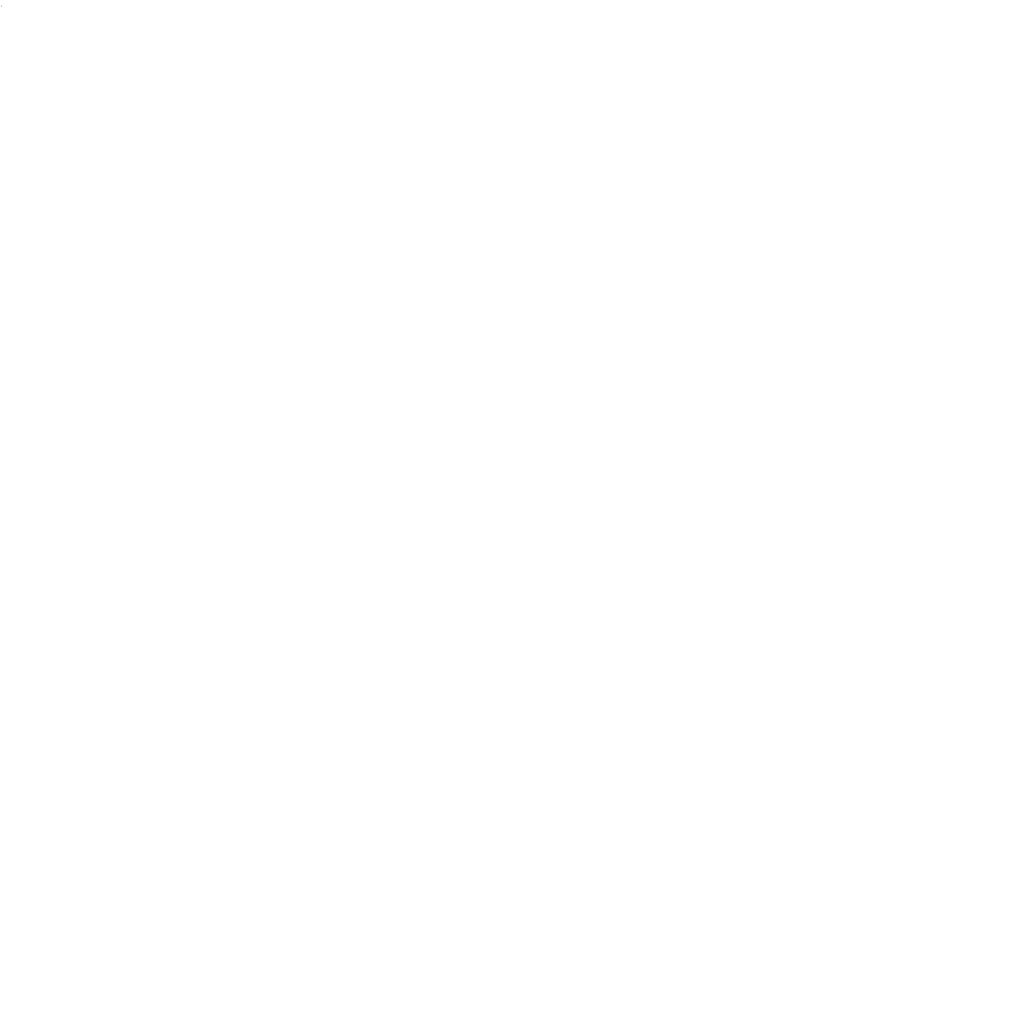
<source format=kicad_pcb>
(kicad_pcb (version 20241229) (generator "pcbnew") (generator_version "9.0")
  (layers (0 "F.Cu" signal) (2 "B.Cu" signal) (13 "F.Paste" user) (15 "B.Paste" user) (5 "F.SilkS" user "F.Silkscreen") (7 "B.SilkS" user "B.Silkscreen") (1 "F.Mask" user) (3 "B.Mask" user) (25 "Edge.Cuts" user))
  (net 0 "")
  (net 4 "SDA")
  (net 5 "Net-(U1-EN)")
  (net 12 "SCL")
  (net 14 "Net-(U1-GPIO15)")
  (net 15 "3.3v")
  (net 16 "GND")
  (net 17 "TXD")
  (net 18 "RXD")
  (net 19 "Net-(U1-GPIO2)")
  (net 20 "RST")
  (net 21 "GPI0")
  (net 22 "GPI2")
  (net 23 "3.7v")
  (net 24 "GPIO14")
  (net 32 "Net-(BT2-+)")
  (net 33 "Net-(U2-P4)")
  (net 34 "Net-(U2-P3)")
  (net 35 "Net-(U2-P2)")
  (net 36 "Net-(U2-P1)")
  (net 37 "Net-(U2-P0)")
  (footprint "Connector_PinSocket_2.54mm:PinSocket_1x04_P2.54mm_Vertical" (layer "F.Cu") (at 169.88 72 90)
    (property "Reference" "OLED_DISPLAY1" (hide yes))
    (property "Value" "Conn_01x04_Socket" (hide yes))
    (fp_line (start 1.33 -1.33) (end 1.33 0) (stroke (width 0.12)) (layer "F.SilkS"))
    (fp_line (start 0 -1.33) (end 1.33 -1.33) (stroke (width 0.12)) (layer "F.SilkS"))
    (fp_line (start 1.33 1.27) (end 1.33 8.95) (stroke (width 0.12)) (layer "F.SilkS"))
    (fp_line (start -1.33 1.27) (end 1.33 1.27) (stroke (width 0.12)) (layer "F.SilkS"))
    (fp_line (start -1.33 1.27) (end -1.33 8.95) (stroke (width 0.12)) (layer "F.SilkS"))
    (fp_line (start -1.33 8.95) (end 1.33 8.95) (stroke (width 0.12)) (layer "F.SilkS"))
    (pad "1" thru_hole rect (at 0 0 90) (size 1.7 1.7) (drill 1) (layers "*.Cu" "*.Mask") (net 4 "SDA"))
    (pad "2" thru_hole oval (at 0 2.54 90) (size 1.7 1.7) (drill 1) (layers "*.Cu" "*.Mask") (net 12 "SCL"))
    (pad "3" thru_hole oval (at 0 5.08 90) (size 1.7 1.7) (drill 1) (layers "*.Cu" "*.Mask") (net 16 "GND"))
    (pad "4" thru_hole oval (at 0 7.62 90) (size 1.7 1.7) (drill 1) (layers "*.Cu" "*.Mask") (net 15 "3.3v"))
  )
  (footprint "Resistor_SMD:R_0805_2012Metric_Pad1.20x1.40mm_HandSolder" (layer "F.Cu") (at 255.4 115.6)
    (property "Reference" "R9" (at 0 -1.65 0) (layer "F.SilkS"))
    (property "Value" "10K")
    (fp_line (start -0.227064 -0.735) (end 0.227064 -0.735) (stroke (width 0.12)) (layer "F.SilkS"))
    (fp_line (start -0.227064 0.735) (end 0.227064 0.735) (stroke (width 0.12)) (layer "F.SilkS"))
    (pad "1" smd roundrect (at -1 0) (size 1.2 1.4) (layers "F.Cu" "F.Mask" "F.Paste") (roundrect_rratio 0.208333) (net 16 "GND"))
    (pad "2" smd roundrect (at 1 0) (size 1.2 1.4) (layers "F.Cu" "F.Mask" "F.Paste") (roundrect_rratio 0.208333) (net 36 "Net-(U2-P1)"))
  )
  (footprint "RF_Module:ESP-12E" (layer "F.Cu") (at 173 56.5)
    (property "Reference" "U1" (hide yes))
    (property "Value" "ESP-12F" (hide yes))
    (fp_line (start -8.12 12.12) (end -8.12 11.5) (stroke (width 0.12)) (layer "F.SilkS"))
    (fp_line (start -6 12.12) (end -8.12 12.12) (stroke (width 0.12)) (layer "F.SilkS"))
    (fp_line (start 8.12 11.5) (end 8.12 12.12) (stroke (width 0.12)) (layer "F.SilkS"))
    (fp_line (start 8.12 12.12) (end 6 12.12) (stroke (width 0.12)) (layer "F.SilkS"))
    (fp_poly (pts (xy -8.55 -4.5) (xy -8.79 -4.836) (xy -8.31 -4.836) (xy -8.55 -4.5)) (stroke (width 0.12)) (fill yes) (layer "F.SilkS"))
    (pad "1" smd rect (at -7.6 -3.5) (size 2.5 1) (layers "F.Cu" "F.Mask" "F.Paste") (net 20 "RST"))
    (pad "2" smd rect (at -7.6 -1.5) (size 2.5 1) (layers "F.Cu" "F.Mask" "F.Paste"))
    (pad "3" smd rect (at -7.6 0.5) (size 2.5 1) (layers "F.Cu" "F.Mask" "F.Paste") (net 5 "Net-(U1-EN)"))
    (pad "4" smd rect (at -7.6 2.5) (size 2.5 1) (layers "F.Cu" "F.Mask" "F.Paste"))
    (pad "5" smd rect (at -7.6 4.5) (size 2.5 1) (layers "F.Cu" "F.Mask" "F.Paste") (net 24 "GPIO14"))
    (pad "6" smd rect (at -7.6 6.5) (size 2.5 1) (layers "F.Cu" "F.Mask" "F.Paste"))
    (pad "7" smd rect (at -7.6 8.5) (size 2.5 1) (layers "F.Cu" "F.Mask" "F.Paste"))
    (pad "8" smd rect (at -7.6 10.5) (size 2.5 1) (layers "F.Cu" "F.Mask" "F.Paste") (net 15 "3.3v"))
    (pad "9" smd rect (at -5 12) (size 1 1.8) (layers "F.Cu" "F.Mask" "F.Paste"))
    (pad "10" smd rect (at -3 12) (size 1 1.8) (layers "F.Cu" "F.Mask" "F.Paste"))
    (pad "11" smd rect (at -1 12) (size 1 1.8) (layers "F.Cu" "F.Mask" "F.Paste"))
    (pad "12" smd rect (at 1 12) (size 1 1.8) (layers "F.Cu" "F.Mask" "F.Paste"))
    (pad "13" smd rect (at 3 12) (size 1 1.8) (layers "F.Cu" "F.Mask" "F.Paste"))
    (pad "14" smd rect (at 5 12) (size 1 1.8) (layers "F.Cu" "F.Mask" "F.Paste"))
    (pad "15" smd rect (at 7.6 10.5) (size 2.5 1) (layers "F.Cu" "F.Mask" "F.Paste") (net 16 "GND"))
    (pad "16" smd rect (at 7.6 8.5) (size 2.5 1) (layers "F.Cu" "F.Mask" "F.Paste") (net 14 "Net-(U1-GPIO15)"))
    (pad "17" smd rect (at 7.6 6.5) (size 2.5 1) (layers "F.Cu" "F.Mask" "F.Paste") (net 19 "Net-(U1-GPIO2)"))
    (pad "18" smd rect (at 7.6 4.5) (size 2.5 1) (layers "F.Cu" "F.Mask" "F.Paste") (net 21 "GPI0"))
    (pad "19" smd rect (at 7.6 2.5) (size 2.5 1) (layers "F.Cu" "F.Mask" "F.Paste") (net 4 "SDA"))
    (pad "20" smd rect (at 7.6 0.5) (size 2.5 1) (layers "F.Cu" "F.Mask" "F.Paste") (net 12 "SCL"))
    (pad "21" smd rect (at 7.6 -1.5) (size 2.5 1) (layers "F.Cu" "F.Mask" "F.Paste") (net 18 "RXD"))
    (pad "22" smd rect (at 7.6 -3.5) (size 2.5 1) (layers "F.Cu" "F.Mask" "F.Paste") (net 17 "TXD"))
  )
  (footprint "Resistor_SMD:R_0805_2012Metric_Pad1.20x1.40mm_HandSolder" (layer "F.Cu") (at 255.4 106.75)
    (property "Reference" "R6" (at 0 -1.65 0) (layer "F.SilkS"))
    (property "Value" "10K")
    (fp_line (start -0.227064 -0.735) (end 0.227064 -0.735) (stroke (width 0.12)) (layer "F.SilkS"))
    (fp_line (start -0.227064 0.735) (end 0.227064 0.735) (stroke (width 0.12)) (layer "F.SilkS"))
    (pad "1" smd roundrect (at -1 0) (size 1.2 1.4) (layers "F.Cu" "F.Mask" "F.Paste") (roundrect_rratio 0.208333) (net 16 "GND"))
    (pad "2" smd roundrect (at 1 0) (size 1.2 1.4) (layers "F.Cu" "F.Mask" "F.Paste") (roundrect_rratio 0.208333) (net 33 "Net-(U2-P4)"))
  )
  (footprint "Button_Switch_THT:SW_PUSH_6mm" (layer "F.Cu") (at 244.5 115.85)
    (property "Reference" "SW2" (at 3.25 -2 0) (layer "F.SilkS"))
    (property "Value" "SW_Push")
    (fp_line (start -0.25 1.5) (end -0.25 3) (stroke (width 0.12)) (layer "F.SilkS"))
    (fp_line (start 1 5.5) (end 5.5 5.5) (stroke (width 0.12)) (layer "F.SilkS"))
    (fp_line (start 5.5 -1) (end 1 -1) (stroke (width 0.12)) (layer "F.SilkS"))
    (fp_line (start 6.75 3) (end 6.75 1.5) (stroke (width 0.12)) (layer "F.SilkS"))
    (pad "1" thru_hole circle (at 0 0 90) (size 2 2) (drill 1.1) (layers "*.Cu" "*.Mask") (net 36 "Net-(U2-P1)"))
    (pad "1" thru_hole circle (at 6.5 0 90) (size 2 2) (drill 1.1) (layers "*.Cu" "*.Mask") (net 36 "Net-(U2-P1)"))
    (pad "2" thru_hole circle (at 0 4.5 90) (size 2 2) (drill 1.1) (layers "*.Cu" "*.Mask") (net 15 "3.3v"))
    (pad "2" thru_hole circle (at 6.5 4.5 90) (size 2 2) (drill 1.1) (layers "*.Cu" "*.Mask") (net 15 "3.3v"))
  )
  (footprint "Button_Switch_THT:SW_PUSH_6mm" (layer "F.Cu") (at 244.5 141.5)
    (property "Reference" "SW5" (at 3.25 -2 0) (layer "F.SilkS"))
    (property "Value" "SW_Push")
    (fp_line (start -0.25 1.5) (end -0.25 3) (stroke (width 0.12)) (layer "F.SilkS"))
    (fp_line (start 1 5.5) (end 5.5 5.5) (stroke (width 0.12)) (layer "F.SilkS"))
    (fp_line (start 5.5 -1) (end 1 -1) (stroke (width 0.12)) (layer "F.SilkS"))
    (fp_line (start 6.75 3) (end 6.75 1.5) (stroke (width 0.12)) (layer "F.SilkS"))
    (pad "1" thru_hole circle (at 0 0 90) (size 2 2) (drill 1.1) (layers "*.Cu" "*.Mask") (net 33 "Net-(U2-P4)"))
    (pad "1" thru_hole circle (at 6.5 0 90) (size 2 2) (drill 1.1) (layers "*.Cu" "*.Mask") (net 33 "Net-(U2-P4)"))
    (pad "2" thru_hole circle (at 0 4.5 90) (size 2 2) (drill 1.1) (layers "*.Cu" "*.Mask") (net 15 "3.3v"))
    (pad "2" thru_hole circle (at 6.5 4.5 90) (size 2 2) (drill 1.1) (layers "*.Cu" "*.Mask") (net 15 "3.3v"))
  )
  (footprint "Connector_PinHeader_2.54mm:PinHeader_1x02_P2.54mm_Vertical" (layer "F.Cu") (at 161 55.725)
    (property "Reference" "3.7v1" (hide yes))
    (property "Value" "LiPo" (hide yes))
    (fp_line (start -1.33 -1.33) (end 0 -1.33) (stroke (width 0.12)) (layer "F.SilkS"))
    (fp_line (start -1.33 0) (end -1.33 -1.33) (stroke (width 0.12)) (layer "F.SilkS"))
    (fp_line (start -1.33 1.27) (end -1.33 3.87) (stroke (width 0.12)) (layer "F.SilkS"))
    (fp_line (start -1.33 1.27) (end 1.33 1.27) (stroke (width 0.12)) (layer "F.SilkS"))
    (fp_line (start -1.33 3.87) (end 1.33 3.87) (stroke (width 0.12)) (layer "F.SilkS"))
    (fp_line (start 1.33 1.27) (end 1.33 3.87) (stroke (width 0.12)) (layer "F.SilkS"))
    (pad "1" thru_hole rect (at 0 0) (size 1.7 1.7) (drill 1) (layers "*.Cu" "*.Mask") (net 16 "GND"))
    (pad "2" thru_hole oval (at 0 2.54) (size 1.7 1.7) (drill 1) (layers "*.Cu" "*.Mask") (net 23 "3.7v"))
  )
  (footprint "Button_Switch_THT:SW_PUSH_6mm" (layer "F.Cu") (at 244.5 132.95)
    (property "Reference" "SW4" (at 3.25 -2 0) (layer "F.SilkS"))
    (property "Value" "SW_Push")
    (fp_line (start -0.25 1.5) (end -0.25 3) (stroke (width 0.12)) (layer "F.SilkS"))
    (fp_line (start 1 5.5) (end 5.5 5.5) (stroke (width 0.12)) (layer "F.SilkS"))
    (fp_line (start 5.5 -1) (end 1 -1) (stroke (width 0.12)) (layer "F.SilkS"))
    (fp_line (start 6.75 3) (end 6.75 1.5) (stroke (width 0.12)) (layer "F.SilkS"))
    (pad "1" thru_hole circle (at 0 0 90) (size 2 2) (drill 1.1) (layers "*.Cu" "*.Mask") (net 34 "Net-(U2-P3)"))
    (pad "1" thru_hole circle (at 6.5 0 90) (size 2 2) (drill 1.1) (layers "*.Cu" "*.Mask") (net 34 "Net-(U2-P3)"))
    (pad "2" thru_hole circle (at 0 4.5 90) (size 2 2) (drill 1.1) (layers "*.Cu" "*.Mask") (net 15 "3.3v"))
    (pad "2" thru_hole circle (at 6.5 4.5 90) (size 2 2) (drill 1.1) (layers "*.Cu" "*.Mask") (net 15 "3.3v"))
  )
  (footprint "RTC_DS3231" (layer "F.Cu") (at 120.9075 91.8475 90)
    (property "Reference" "REF**" (at 19.05 19.05 90) (layer "F.SilkS"))
    (property "Value" "RTC_DS3231")
    (fp_line (start 39.37 0) (end 39.37 22.86) (stroke (width 0.15)) (layer "F.SilkS"))
    (fp_line (start 0 0) (end 39.37 0) (stroke (width 0.15)) (layer "F.SilkS"))
    (fp_line (start 0 0) (end 0 22.86) (stroke (width 0.15)) (layer "F.SilkS"))
    (fp_line (start 0 22.86) (end 39.37 22.86) (stroke (width 0.15)) (layer "F.SilkS"))
    (fp_circle (center 1.905 1.905) (end 1.905 0.635) (stroke (width 0.15)) (fill no) (layer "F.SilkS"))
    (fp_circle (center 1.905 5.715) (end 1.905 4.445) (stroke (width 0.15)) (fill no) (layer "F.SilkS"))
    (fp_circle (center 1.905 9.525) (end 1.905 8.255) (stroke (width 0.15)) (fill no) (layer "F.SilkS"))
    (fp_circle (center 19.05 11.43) (end 19.05 21.59) (stroke (width 0.15)) (fill no) (layer "F.SilkS"))
    (fp_circle (center 1.905 13.335) (end 1.905 12.065) (stroke (width 0.15)) (fill no) (layer "F.SilkS"))
    (fp_circle (center 1.905 17.145) (end 1.905 15.875) (stroke (width 0.15)) (fill no) (layer "F.SilkS"))
    (fp_circle (center 1.905 20.955) (end 1.905 19.685) (stroke (width 0.15)) (fill no) (layer "F.SilkS"))
    (pad "1" thru_hole circle (at 38.1 7.62 90) (size 1.524 1.524) (drill 0.762) (layers "*.Cu" "*.Mask"))
    (pad "2" thru_hole circle (at 38.1 10.16 90) (size 1.524 1.524) (drill 0.762) (layers "*.Cu" "*.Mask"))
    (pad "3" thru_hole circle (at 38.1 12.7 90) (size 1.524 1.524) (drill 0.762) (layers "*.Cu" "*.Mask"))
    (pad "4" thru_hole circle (at 38.1 15.24 90) (size 1.524 1.524) (drill 0.762) (layers "*.Cu" "*.Mask"))
  )
  (footprint "Connector_PinHeader_2.54mm:PinHeader_1x02_P2.54mm_Vertical" (layer "F.Cu") (at 185 53.96)
    (property "Reference" "CODE1" (at 3 1.04 270) (layer "F.SilkS"))
    (property "Value" "Conn_01x02_Pin" (hide yes))
    (fp_line (start -1.33 -1.33) (end 0 -1.33) (stroke (width 0.12)) (layer "F.SilkS"))
    (fp_line (start -1.33 0) (end -1.33 -1.33) (stroke (width 0.12)) (layer "F.SilkS"))
    (fp_line (start -1.33 1.27) (end -1.33 3.87) (stroke (width 0.12)) (layer "F.SilkS"))
    (fp_line (start -1.33 1.27) (end 1.33 1.27) (stroke (width 0.12)) (layer "F.SilkS"))
    (fp_line (start -1.33 3.87) (end 1.33 3.87) (stroke (width 0.12)) (layer "F.SilkS"))
    (fp_line (start 1.33 1.27) (end 1.33 3.87) (stroke (width 0.12)) (layer "F.SilkS"))
    (pad "1" thru_hole rect (at 0 0) (size 1.7 1.7) (drill 1) (layers "*.Cu" "*.Mask") (net 17 "TXD"))
    (pad "2" thru_hole oval (at 0 2.54) (size 1.7 1.7) (drill 1) (layers "*.Cu" "*.Mask") (net 18 "RXD"))
  )
  (footprint "Resistor_SMD:R_0805_2012Metric_Pad1.20x1.40mm_HandSolder" (layer "F.Cu") (at 255.4 118.55)
    (property "Reference" "R10" (at 0 -1.65 0) (layer "F.SilkS"))
    (property "Value" "10K")
    (fp_line (start -0.227064 -0.735) (end 0.227064 -0.735) (stroke (width 0.12)) (layer "F.SilkS"))
    (fp_line (start -0.227064 0.735) (end 0.227064 0.735) (stroke (width 0.12)) (layer "F.SilkS"))
    (pad "1" smd roundrect (at -1 0) (size 1.2 1.4) (layers "F.Cu" "F.Mask" "F.Paste") (roundrect_rratio 0.208333) (net 16 "GND"))
    (pad "2" smd roundrect (at 1 0) (size 1.2 1.4) (layers "F.Cu" "F.Mask" "F.Paste") (roundrect_rratio 0.208333) (net 37 "Net-(U2-P0)"))
  )
  (footprint "Connector_PinHeader_2.54mm:PinHeader_1x03_P2.54mm_Vertical" (layer "F.Cu") (at 185 62.46)
    (property "Reference" "BT1" (at 3 2.54 90) (layer "F.SilkS"))
    (property "Value" "Conn_01x03_Pin" (hide yes))
    (fp_line (start -1.33 -1.33) (end 0 -1.33) (stroke (width 0.12)) (layer "F.SilkS"))
    (fp_line (start -1.33 0) (end -1.33 -1.33) (stroke (width 0.12)) (layer "F.SilkS"))
    (fp_line (start -1.33 1.27) (end -1.33 6.41) (stroke (width 0.12)) (layer "F.SilkS"))
    (fp_line (start -1.33 1.27) (end 1.33 1.27) (stroke (width 0.12)) (layer "F.SilkS"))
    (fp_line (start -1.33 6.41) (end 1.33 6.41) (stroke (width 0.12)) (layer "F.SilkS"))
    (fp_line (start 1.33 1.27) (end 1.33 6.41) (stroke (width 0.12)) (layer "F.SilkS"))
    (pad "1" thru_hole rect (at 0 0) (size 1.7 1.7) (drill 1) (layers "*.Cu" "*.Mask") (net 20 "RST"))
    (pad "2" thru_hole oval (at 0 2.54) (size 1.7 1.7) (drill 1) (layers "*.Cu" "*.Mask") (net 21 "GPI0"))
    (pad "3" thru_hole oval (at 0 5.08) (size 1.7 1.7) (drill 1) (layers "*.Cu" "*.Mask") (net 22 "GPI2"))
  )
  (footprint "Resistor_SMD:R_0805_2012Metric_Pad1.20x1.40mm_HandSolder" (layer "F.Cu") (at 255.4 112.65)
    (property "Reference" "R8" (at 0 -1.65 0) (layer "F.SilkS"))
    (property "Value" "10K")
    (fp_line (start -0.227064 -0.735) (end 0.227064 -0.735) (stroke (width 0.12)) (layer "F.SilkS"))
    (fp_line (start -0.227064 0.735) (end 0.227064 0.735) (stroke (width 0.12)) (layer "F.SilkS"))
    (pad "1" smd roundrect (at -1 0) (size 1.2 1.4) (layers "F.Cu" "F.Mask" "F.Paste") (roundrect_rratio 0.208333) (net 16 "GND"))
    (pad "2" smd roundrect (at 1 0) (size 1.2 1.4) (layers "F.Cu" "F.Mask" "F.Paste") (roundrect_rratio 0.208333) (net 35 "Net-(U2-P2)"))
  )
  (footprint "Button_Switch_THT:SW_PUSH_6mm" (layer "F.Cu") (at 244.5 107.3)
    (property "Reference" "SW1" (at 3.25 -2 0) (layer "F.SilkS"))
    (property "Value" "SW_Push")
    (fp_line (start -0.25 1.5) (end -0.25 3) (stroke (width 0.12)) (layer "F.SilkS"))
    (fp_line (start 1 5.5) (end 5.5 5.5) (stroke (width 0.12)) (layer "F.SilkS"))
    (fp_line (start 5.5 -1) (end 1 -1) (stroke (width 0.12)) (layer "F.SilkS"))
    (fp_line (start 6.75 3) (end 6.75 1.5) (stroke (width 0.12)) (layer "F.SilkS"))
    (pad "1" thru_hole circle (at 0 0 90) (size 2 2) (drill 1.1) (layers "*.Cu" "*.Mask") (net 37 "Net-(U2-P0)"))
    (pad "1" thru_hole circle (at 6.5 0 90) (size 2 2) (drill 1.1) (layers "*.Cu" "*.Mask") (net 37 "Net-(U2-P0)"))
    (pad "2" thru_hole circle (at 0 4.5 90) (size 2 2) (drill 1.1) (layers "*.Cu" "*.Mask") (net 15 "3.3v"))
    (pad "2" thru_hole circle (at 6.5 4.5 90) (size 2 2) (drill 1.1) (layers "*.Cu" "*.Mask") (net 15 "3.3v"))
  )
  (footprint "Library:Battery Charger" (layer "F.Cu") (at 2147.483637 2147.483637)
    (property "Reference" "REF**" (at 0 -0.5 0) (layer "F.SilkS") (effects (font (thickness 0.1))))
    (property "Value" "Battery Charger")
    (fp_line (start 8 14) (end -9 14) (stroke (width 0.1)) (layer "F.SilkS"))
    (fp_line (start 8 -13) (end 8 14) (stroke (width 0.1)) (layer "F.SilkS"))
    (fp_line (start -9 14) (end -9 -13) (stroke (width 0.1)) (layer "F.SilkS"))
    (fp_line (start -9 -13) (end 8 -13) (stroke (width 0.1)) (layer "F.SilkS"))
    (pad "1" thru_hole rect (at -8.04 -11) (size 1.524 1.524) (drill 0.762) (layers "*.Cu" "*.Mask"))
    (pad "1" thru_hole rect (at -8 12.5) (size 1.524 1.524) (drill 0.762) (layers "*.Cu" "*.Mask"))
    (pad "1" thru_hole rect (at 4.46 -11) (size 1.524 1.524) (drill 0.762) (layers "*.Cu" "*.Mask"))
    (pad "1" thru_hole rect (at 7 12.5) (size 1.524 1.524) (drill 0.762) (layers "*.Cu" "*.Mask"))
    (pad "2" thru_hole rect (at -5.5 -11) (size 1.524 1.524) (drill 0.762) (layers "*.Cu" "*.Mask"))
    (pad "2" thru_hole rect (at 7 -11) (size 1.524 1.524) (drill 0.762) (layers "*.Cu" "*.Mask"))
  )
  (footprint "Button_Switch_THT:SW_PUSH_6mm" (layer "F.Cu") (at 244.5 124.4)
    (property "Reference" "SW3" (at 3.25 -2 0) (layer "F.SilkS"))
    (property "Value" "SW_Push")
    (fp_line (start -0.25 1.5) (end -0.25 3) (stroke (width 0.12)) (layer "F.SilkS"))
    (fp_line (start 1 5.5) (end 5.5 5.5) (stroke (width 0.12)) (layer "F.SilkS"))
    (fp_line (start 5.5 -1) (end 1 -1) (stroke (width 0.12)) (layer "F.SilkS"))
    (fp_line (start 6.75 3) (end 6.75 1.5) (stroke (width 0.12)) (layer "F.SilkS"))
    (pad "1" thru_hole circle (at 0 0 90) (size 2 2) (drill 1.1) (layers "*.Cu" "*.Mask") (net 35 "Net-(U2-P2)"))
    (pad "1" thru_hole circle (at 6.5 0 90) (size 2 2) (drill 1.1) (layers "*.Cu" "*.Mask") (net 35 "Net-(U2-P2)"))
    (pad "2" thru_hole circle (at 0 4.5 90) (size 2 2) (drill 1.1) (layers "*.Cu" "*.Mask") (net 15 "3.3v"))
    (pad "2" thru_hole circle (at 6.5 4.5 90) (size 2 2) (drill 1.1) (layers "*.Cu" "*.Mask") (net 15 "3.3v"))
  )
  (footprint "Resistor_SMD:R_0805_2012Metric_Pad1.20x1.40mm_HandSolder" (layer "F.Cu") (at 255.4 109.7)
    (property "Reference" "R7" (at 0 -1.65 0) (layer "F.SilkS"))
    (property "Value" "10K")
    (fp_line (start -0.227064 -0.735) (end 0.227064 -0.735) (stroke (width 0.12)) (layer "F.SilkS"))
    (fp_line (start -0.227064 0.735) (end 0.227064 0.735) (stroke (width 0.12)) (layer "F.SilkS"))
    (pad "1" smd roundrect (at -1 0) (size 1.2 1.4) (layers "F.Cu" "F.Mask" "F.Paste") (roundrect_rratio 0.208333) (net 16 "GND"))
    (pad "2" smd roundrect (at 1 0) (size 1.2 1.4) (layers "F.Cu" "F.Mask" "F.Paste") (roundrect_rratio 0.208333) (net 34 "Net-(U2-P3)"))
  )
  (footprint "Battery:BatteryHolder_Keystone_103_1x20mm" (layer "F.Cu") (at 229.75 62.499999)
    (property "Reference" "BT2" (at 0 -4.3 0) (layer "F.SilkS"))
    (property "Value" "Battery_Cell")
    (fp_line (start -2.2 -3) (end 3.5 -3) (stroke (width 0.12)) (layer "F.SilkS"))
    (fp_line (start -2.2 3) (end -2.2 -3) (stroke (width 0.12)) (layer "F.SilkS"))
    (fp_line (start -2.2 3) (end 3.5 3) (stroke (width 0.12)) (layer "F.SilkS"))
    (fp_arc (start 3.5 3) (mid 3.950694 3.136459) (end 4.25 3.5) (stroke (width 0.12)) (layer "F.SilkS"))
    (fp_arc (start 4.25 -3.5) (mid 3.950694 -3.136459) (end 3.5 -3) (stroke (width 0.12)) (layer "F.SilkS"))
    (fp_arc (start 4.25 -3.5) (mid 16.971103 -11.358466) (end 26.695671 0) (stroke (width 0.12)) (layer "F.SilkS"))
    (fp_arc (start 26.695671 0) (mid 16.971103 11.358466) (end 4.25 3.5) (stroke (width 0.12)) (layer "F.SilkS"))
    (fp_text user "+" (at 2.75 0 0) (layer "F.SilkS") (effects (font (size 1.5 1.5))))
    (pad "1" thru_hole rect (at 0 0) (size 3 3) (drill 1.5) (layers "*.Cu" "*.Mask") (net 32 "Net-(BT2-+)"))
    (pad "2" thru_hole circle (at 20.49 0) (size 3 3) (drill 1.5) (layers "*.Cu" "*.Mask") (net 16 "GND"))
  )
  (footprint "Capacitor_Tantalum_SMD:CP_EIA-3528-15_AVX-H_Pad1.50x2.35mm_HandSolder" (layer "B.Cu") (at 161 64.5 -90)
    (property "Reference" "C3" (at 3.5 0 180) (layer "B.SilkS") (effects (font (thickness 0.125)) (justify mirror)))
    (property "Value" "10uF" (hide yes))
    (fp_line (start -2.635 1.51) (end 1.75 1.51) (stroke (width 0.12)) (layer "B.SilkS"))
    (fp_line (start -2.635 -1.51) (end -2.635 1.51) (stroke (width 0.12)) (layer "B.SilkS"))
    (fp_line (start 1.75 -1.51) (end -2.635 -1.51) (stroke (width 0.12)) (layer "B.SilkS"))
    (pad "1" smd roundrect (at -1.625 0 270) (size 1.5 2.35) (layers "B.Cu" "B.Mask" "B.Paste") (roundrect_rratio 0.166667) (net 23 "3.7v"))
    (pad "2" smd roundrect (at 1.625 0 270) (size 1.5 2.35) (layers "B.Cu" "B.Mask" "B.Paste") (roundrect_rratio 0.166667) (net 16 "GND"))
  )
  (footprint "Resistor_SMD:R_0805_2012Metric_Pad1.20x1.40mm_HandSolder" (layer "B.Cu") (at 182.5 72 90)
    (property "Reference" "R11" (at 0 -2 90) (layer "B.SilkS") (effects (justify mirror)))
    (property "Value" "10k" (hide yes))
    (fp_line (start -0.227064 -0.735) (end 0.227064 -0.735) (stroke (width 0.12)) (layer "B.SilkS"))
    (fp_line (start -0.227064 0.735) (end 0.227064 0.735) (stroke (width 0.12)) (layer "B.SilkS"))
    (pad "1" smd roundrect (at -1 0 90) (size 1.2 1.4) (layers "B.Cu" "B.Mask" "B.Paste") (roundrect_rratio 0.208333) (net 4 "SDA"))
    (pad "2" smd roundrect (at 1 0 90) (size 1.2 1.4) (layers "B.Cu" "B.Mask" "B.Paste") (roundrect_rratio 0.208333) (net 15 "3.3v"))
  )
  (footprint "Capacitor_SMD:C_0805_2012Metric_Pad1.18x1.45mm_HandSolder" (layer "B.Cu") (at 169.5 66.75)
    (property "Reference" "C1" (at -2.75 0 0) (layer "B.SilkS") (effects (justify mirror)))
    (property "Value" "100nF" (hide yes))
    (fp_line (start 0.261252 -0.735) (end -0.261252 -0.735) (stroke (width 0.12)) (layer "B.SilkS"))
    (fp_line (start 0.261252 0.735) (end -0.261252 0.735) (stroke (width 0.12)) (layer "B.SilkS"))
    (pad "1" smd roundrect (at -1.0375 0) (size 1.175 1.45) (layers "B.Cu" "B.Mask" "B.Paste") (roundrect_rratio 0.212766) (net 15 "3.3v"))
    (pad "2" smd roundrect (at 1.0375 0) (size 1.175 1.45) (layers "B.Cu" "B.Mask" "B.Paste") (roundrect_rratio 0.212766) (net 16 "GND"))
  )
  (footprint "Resistor_SMD:R_0805_2012Metric_Pad1.20x1.40mm_HandSolder" (layer "B.Cu") (at 177.75 61.5 -90)
    (property "Reference" "R2" (at 0.3 2 0) (layer "B.SilkS") (effects (justify mirror)))
    (property "Value" "10k" (hide yes))
    (fp_line (start 0.227064 0.735) (end -0.227064 0.735) (stroke (width 0.12)) (layer "B.SilkS"))
    (fp_line (start 0.227064 -0.735) (end -0.227064 -0.735) (stroke (width 0.12)) (layer "B.SilkS"))
    (pad "1" smd roundrect (at -1 0 270) (size 1.2 1.4) (layers "B.Cu" "B.Mask" "B.Paste") (roundrect_rratio 0.208333) (net 19 "Net-(U1-GPIO2)"))
    (pad "2" smd roundrect (at 1 0 270) (size 1.2 1.4) (layers "B.Cu" "B.Mask" "B.Paste") (roundrect_rratio 0.208333) (net 22 "GPI2"))
  )
  (footprint "Capacitor_Tantalum_SMD:CP_EIA-3528-15_AVX-H_Pad1.50x2.35mm_HandSolder" (layer "B.Cu") (at 177 55.25 -90)
    (property "Reference" "C4" (at 0 -2.5 90) (layer "B.SilkS") (effects (font (thickness 0.125)) (justify mirror)))
    (property "Value" "22uF" (hide yes))
    (fp_line (start -2.635 1.51) (end 1.75 1.51) (stroke (width 0.12)) (layer "B.SilkS"))
    (fp_line (start -2.635 -1.51) (end -2.635 1.51) (stroke (width 0.12)) (layer "B.SilkS"))
    (fp_line (start 1.75 -1.51) (end -2.635 -1.51) (stroke (width 0.12)) (layer "B.SilkS"))
    (pad "1" smd roundrect (at -1.625 0 270) (size 1.5 2.35) (layers "B.Cu" "B.Mask" "B.Paste") (roundrect_rratio 0.166667) (net 15 "3.3v"))
    (pad "2" smd roundrect (at 1.625 0 270) (size 1.5 2.35) (layers "B.Cu" "B.Mask" "B.Paste") (roundrect_rratio 0.166667) (net 16 "GND"))
  )
  (footprint "Resistor_SMD:R_0805_2012Metric_Pad1.20x1.40mm_HandSolder" (layer "B.Cu") (at 177.75 65.75 -90)
    (property "Reference" "R3" (at 0 2 0) (layer "B.SilkS") (effects (justify mirror)))
    (property "Value" "10k" (hide yes))
    (fp_line (start 0.227064 0.735) (end -0.227064 0.735) (stroke (width 0.12)) (layer "B.SilkS"))
    (fp_line (start 0.227064 -0.735) (end -0.227064 -0.735) (stroke (width 0.12)) (layer "B.SilkS"))
    (pad "1" smd roundrect (at -1 0 270) (size 1.2 1.4) (layers "B.Cu" "B.Mask" "B.Paste") (roundrect_rratio 0.208333) (net 14 "Net-(U1-GPIO15)"))
    (pad "2" smd roundrect (at 1 0 270) (size 1.2 1.4) (layers "B.Cu" "B.Mask" "B.Paste") (roundrect_rratio 0.208333) (net 16 "GND"))
  )
  (footprint "Package_SO:SOIC-16_3.9x9.9mm_P1.27mm" (layer "B.Cu") (at 216.325 74.475 -90)
    (property "Reference" "U2" (at 0 5.9 90) (layer "B.SilkS") (effects (justify mirror)))
    (property "Value" "PCF8574")
    (fp_line (start 0 5.06) (end -1.95 5.06) (stroke (width 0.12)) (layer "B.SilkS"))
    (fp_line (start 0 5.06) (end 1.95 5.06) (stroke (width 0.12)) (layer "B.SilkS"))
    (fp_line (start 0 -5.06) (end -1.95 -5.06) (stroke (width 0.12)) (layer "B.SilkS"))
    (fp_line (start 0 -5.06) (end 1.95 -5.06) (stroke (width 0.12)) (layer "B.SilkS"))
    (fp_poly (pts (xy -2.7 5.005) (xy -2.94 5.335) (xy -2.46 5.335) (xy -2.7 5.005)) (stroke (width 0.12)) (fill yes) (layer "B.SilkS"))
    (pad "1" smd roundrect (at -2.475 4.445 270) (size 1.95 0.6) (layers "B.Cu" "B.Mask" "B.Paste") (net 16 "GND"))
    (pad "2" smd roundrect (at -2.475 3.175 270) (size 1.95 0.6) (layers "B.Cu" "B.Mask" "B.Paste") (net 16 "GND"))
    (pad "3" smd roundrect (at -2.475 1.905 270) (size 1.95 0.6) (layers "B.Cu" "B.Mask" "B.Paste") (net 16 "GND"))
    (pad "4" smd roundrect (at -2.475 0.635 270) (size 1.95 0.6) (layers "B.Cu" "B.Mask" "B.Paste") (net 37 "Net-(U2-P0)"))
    (pad "5" smd roundrect (at -2.475 -0.635 270) (size 1.95 0.6) (layers "B.Cu" "B.Mask" "B.Paste") (net 36 "Net-(U2-P1)"))
    (pad "6" smd roundrect (at -2.475 -1.905 270) (size 1.95 0.6) (layers "B.Cu" "B.Mask" "B.Paste") (net 35 "Net-(U2-P2)"))
    (pad "7" smd roundrect (at -2.475 -3.175 270) (size 1.95 0.6) (layers "B.Cu" "B.Mask" "B.Paste") (net 34 "Net-(U2-P3)"))
    (pad "8" smd roundrect (at -2.475 -4.445 270) (size 1.95 0.6) (layers "B.Cu" "B.Mask" "B.Paste") (net 16 "GND"))
    (pad "9" smd roundrect (at 2.475 -4.445 270) (size 1.95 0.6) (layers "B.Cu" "B.Mask" "B.Paste") (net 33 "Net-(U2-P4)"))
    (pad "10" smd roundrect (at 2.475 -3.175 270) (size 1.95 0.6) (layers "B.Cu" "B.Mask" "B.Paste"))
    (pad "11" smd roundrect (at 2.475 -1.905 270) (size 1.95 0.6) (layers "B.Cu" "B.Mask" "B.Paste"))
    (pad "12" smd roundrect (at 2.475 -0.635 270) (size 1.95 0.6) (layers "B.Cu" "B.Mask" "B.Paste"))
    (pad "13" smd roundrect (at 2.475 0.635 270) (size 1.95 0.6) (layers "B.Cu" "B.Mask" "B.Paste"))
    (pad "14" smd roundrect (at 2.475 1.905 270) (size 1.95 0.6) (layers "B.Cu" "B.Mask" "B.Paste") (net 12 "SCL"))
    (pad "15" smd roundrect (at 2.475 3.175 270) (size 1.95 0.6) (layers "B.Cu" "B.Mask" "B.Paste") (net 4 "SDA"))
    (pad "16" smd roundrect (at 2.475 4.445 270) (size 1.95 0.6) (layers "B.Cu" "B.Mask" "B.Paste") (net 15 "3.3v"))
  )
  (footprint "Resistor_SMD:R_0805_2012Metric_Pad1.20x1.40mm_HandSolder" (layer "B.Cu") (at 165 56 -90)
    (property "Reference" "R1" (at -2.5 0 0) (layer "B.SilkS") (effects (justify mirror)))
    (property "Value" "10k" (hide yes))
    (fp_line (start 0.227064 0.735) (end -0.227064 0.735) (stroke (width 0.12)) (layer "B.SilkS"))
    (fp_line (start 0.227064 -0.735) (end -0.227064 -0.735) (stroke (width 0.12)) (layer "B.SilkS"))
    (pad "1" smd roundrect (at -1 0 270) (size 1.2 1.4) (layers "B.Cu" "B.Mask" "B.Paste") (roundrect_rratio 0.208333) (net 15 "3.3v"))
    (pad "2" smd roundrect (at 1 0 270) (size 1.2 1.4) (layers "B.Cu" "B.Mask" "B.Paste") (roundrect_rratio 0.208333) (net 5 "Net-(U1-EN)"))
  )
  (footprint "Resistor_SMD:R_0805_2012Metric_Pad1.20x1.40mm_HandSolder" (layer "B.Cu") (at 203 58.5 180)
    (property "Reference" "R4" (at 3 0 0) (layer "B.SilkS") (effects (justify mirror)))
    (property "Value" "10k" (hide yes))
    (fp_line (start -0.227064 0.735) (end 0.227064 0.735) (stroke (width 0.12)) (layer "B.SilkS"))
    (fp_line (start -0.227064 -0.735) (end 0.227064 -0.735) (stroke (width 0.12)) (layer "B.SilkS"))
    (pad "1" smd roundrect (at -1 0 180) (size 1.2 1.4) (layers "B.Cu" "B.Mask" "B.Paste") (roundrect_rratio 0.208333) (net 12 "SCL"))
    (pad "2" smd roundrect (at 1 0 180) (size 1.2 1.4) (layers "B.Cu" "B.Mask" "B.Paste") (roundrect_rratio 0.208333) (net 15 "3.3v"))
  )
  (footprint "Resistor_SMD:R_0805_2012Metric_Pad1.20x1.40mm_HandSolder" (layer "B.Cu") (at 203 56 180)
    (property "Reference" "R5" (at 3 0 0) (layer "B.SilkS") (effects (justify mirror)))
    (property "Value" "10k" (hide yes))
    (fp_line (start -0.227064 0.735) (end 0.227064 0.735) (stroke (width 0.12)) (layer "B.SilkS"))
    (fp_line (start -0.227064 -0.735) (end 0.227064 -0.735) (stroke (width 0.12)) (layer "B.SilkS"))
    (pad "1" smd roundrect (at -1 0 180) (size 1.2 1.4) (layers "B.Cu" "B.Mask" "B.Paste") (roundrect_rratio 0.208333) (net 4 "SDA"))
    (pad "2" smd roundrect (at 1 0 180) (size 1.2 1.4) (layers "B.Cu" "B.Mask" "B.Paste") (roundrect_rratio 0.208333) (net 15 "3.3v"))
  )
  (footprint "Capacitor_SMD:C_0805_2012Metric_Pad1.18x1.45mm_HandSolder" (layer "B.Cu") (at 175.5 76 -90)
    (property "Reference" "C5" (at 0 1.68 90) (layer "B.SilkS") (effects (justify mirror)))
    (property "Value" "100nF" (hide yes))
    (fp_line (start -0.261252 0.735) (end 0.261252 0.735) (stroke (width 0.12)) (layer "B.SilkS"))
    (fp_line (start -0.261252 -0.735) (end 0.261252 -0.735) (stroke (width 0.12)) (layer "B.SilkS"))
    (pad "1" smd roundrect (at -1.0375 0 270) (size 1.175 1.45) (layers "B.Cu" "B.Mask" "B.Paste") (roundrect_rratio 0.212766) (net 15 "3.3v"))
    (pad "2" smd roundrect (at 1.0375 0 270) (size 1.175 1.45) (layers "B.Cu" "B.Mask" "B.Paste") (roundrect_rratio 0.212766) (net 16 "GND"))
  )
  (footprint "Capacitor_SMD:C_0805_2012Metric_Pad1.18x1.45mm_HandSolder" (layer "B.Cu") (at 169.5 64)
    (property "Reference" "C2" (at -2.75 0 0) (layer "B.SilkS") (effects (justify mirror)))
    (property "Value" "10uF" (hide yes))
    (fp_line (start 0.261252 -0.735) (end -0.261252 -0.735) (stroke (width 0.12)) (layer "B.SilkS"))
    (fp_line (start 0.261252 0.735) (end -0.261252 0.735) (stroke (width 0.12)) (layer "B.SilkS"))
    (pad "1" smd roundrect (at -1.0375 0) (size 1.175 1.45) (layers "B.Cu" "B.Mask" "B.Paste") (roundrect_rratio 0.212766) (net 15 "3.3v"))
    (pad "2" smd roundrect (at 1.0375 0) (size 1.175 1.45) (layers "B.Cu" "B.Mask" "B.Paste") (roundrect_rratio 0.212766) (net 16 "GND"))
  )
  (footprint "Package_SO:SOIC-16W_7.5x10.3mm_P1.27mm" (layer "B.Cu") (at 183.5 81 90)
    (property "Reference" "U3" (at 0 6.1 90) (layer "B.SilkS") (effects (justify mirror)))
    (property "Value" "DS3231M")
    (fp_line (start 3.86 -5.26) (end 3.86 -5.005) (stroke (width 0.12)) (layer "B.SilkS"))
    (fp_line (start 0 -5.26) (end 3.86 -5.26) (stroke (width 0.12)) (layer "B.SilkS"))
    (fp_line (start 0 -5.26) (end -3.86 -5.26) (stroke (width 0.12)) (layer "B.SilkS"))
    (fp_line (start -3.86 -5.26) (end -3.86 -5.005) (stroke (width 0.12)) (layer "B.SilkS"))
    (fp_line (start 3.86 5.26) (end 3.86 5.005) (stroke (width 0.12)) (layer "B.SilkS"))
    (fp_line (start 0 5.26) (end 3.86 5.26) (stroke (width 0.12)) (layer "B.SilkS"))
    (fp_line (start 0 5.26) (end -3.86 5.26) (stroke (width 0.12)) (layer "B.SilkS"))
    (fp_line (start -3.86 5.26) (end -3.86 5.005) (stroke (width 0.12)) (layer "B.SilkS"))
    (fp_poly (pts (xy -4.7125 5.005) (xy -5.0525 5.475) (xy -4.3725 5.475)) (stroke (width 0.12)) (fill yes) (layer "B.SilkS"))
    (pad "1" smd roundrect (at -4.65 4.445 90) (size 2.05 0.6) (layers "B.Cu" "B.Mask" "B.Paste"))
    (pad "2" smd roundrect (at -4.65 3.175 90) (size 2.05 0.6) (layers "B.Cu" "B.Mask" "B.Paste") (net 15 "3.3v"))
    (pad "3" smd roundrect (at -4.65 1.905 90) (size 2.05 0.6) (layers "B.Cu" "B.Mask" "B.Paste"))
    (pad "4" smd roundrect (at -4.65 0.635 90) (size 2.05 0.6) (layers "B.Cu" "B.Mask" "B.Paste"))
    (pad "5" smd roundrect (at -4.65 -0.635 90) (size 2.05 0.6) (layers "B.Cu" "B.Mask" "B.Paste") (net 16 "GND"))
    (pad "6" smd roundrect (at -4.65 -1.905 90) (size 2.05 0.6) (layers "B.Cu" "B.Mask" "B.Paste") (net 16 "GND"))
    (pad "7" smd roundrect (at -4.65 -3.175 90) (size 2.05 0.6) (layers "B.Cu" "B.Mask" "B.Paste") (net 16 "GND"))
    (pad "8" smd roundrect (at -4.65 -4.445 90) (size 2.05 0.6) (layers "B.Cu" "B.Mask" "B.Paste") (net 16 "GND"))
    (pad "9" smd roundrect (at 4.65 -4.445 90) (size 2.05 0.6) (layers "B.Cu" "B.Mask" "B.Paste") (net 16 "GND"))
    (pad "10" smd roundrect (at 4.65 -3.175 90) (size 2.05 0.6) (layers "B.Cu" "B.Mask" "B.Paste") (net 16 "GND"))
    (pad "11" smd roundrect (at 4.65 -1.905 90) (size 2.05 0.6) (layers "B.Cu" "B.Mask" "B.Paste") (net 16 "GND"))
    (pad "12" smd roundrect (at 4.65 -0.635 90) (size 2.05 0.6) (layers "B.Cu" "B.Mask" "B.Paste") (net 16 "GND"))
    (pad "13" smd roundrect (at 4.65 0.635 90) (size 2.05 0.6) (layers "B.Cu" "B.Mask" "B.Paste") (net 16 "GND"))
    (pad "14" smd roundrect (at 4.65 1.905 90) (size 2.05 0.6) (layers "B.Cu" "B.Mask" "B.Paste") (net 32 "Net-(BT2-+)"))
    (pad "15" smd roundrect (at 4.65 3.175 90) (size 2.05 0.6) (layers "B.Cu" "B.Mask" "B.Paste") (net 4 "SDA"))
    (pad "16" smd roundrect (at 4.65 4.445 90) (size 2.05 0.6) (layers "B.Cu" "B.Mask" "B.Paste") (net 12 "SCL"))
  )
  (footprint "Package_TO_SOT_SMD:SOT-223-3_TabPin2" (layer "B.Cu") (at 171 56.9 90)
    (property "Reference" "regulator1" (hide yes))
    (property "Value" "~" (hide yes))
    (fp_line (start 1.91 -3.41) (end -1.85 -3.41) (stroke (width 0.12)) (layer "B.SilkS"))
    (fp_line (start 1.91 -2.15) (end 1.91 -3.41) (stroke (width 0.12)) (layer "B.SilkS"))
    (fp_line (start 1.91 2.15) (end 1.91 3.41) (stroke (width 0.12)) (layer "B.SilkS"))
    (fp_line (start 1.91 3.41) (end -1.85 3.41) (stroke (width 0.12)) (layer "B.SilkS"))
    (fp_poly (pts (xy -3.13 3.31) (xy -3.37 3.64) (xy -2.89 3.64) (xy -3.13 3.31)) (stroke (width 0.12)) (fill yes) (layer "B.SilkS"))
    (pad "1" smd roundrect (at -3.15 2.3 90) (size 2 1.5) (layers "B.Cu" "B.Mask" "B.Paste") (net 16 "GND"))
    (pad "2" smd roundrect (at -3.15 0 90) (size 2 1.5) (layers "B.Cu" "B.Mask" "B.Paste") (net 15 "3.3v"))
    (pad "2" smd roundrect (at 3.15 0 90) (size 2 3.8) (layers "B.Cu" "B.Mask" "B.Paste") (net 15 "3.3v"))
    (pad "3" smd roundrect (at -3.15 -2.3 90) (size 2 1.5) (layers "B.Cu" "B.Mask" "B.Paste") (net 23 "3.7v"))
  )
  (footprint "Resistor_SMD:R_0805_2012Metric_Pad1.20x1.40mm_HandSolder" (layer "B.Cu") (at 186.5 72 90)
    (property "Reference" "R12" (at 0 -2 90) (layer "B.SilkS") (effects (justify mirror)))
    (property "Value" "10k" (hide yes))
    (fp_line (start -0.227064 -0.735) (end 0.227064 -0.735) (stroke (width 0.12)) (layer "B.SilkS"))
    (fp_line (start -0.227064 0.735) (end 0.227064 0.735) (stroke (width 0.12)) (layer "B.SilkS"))
    (pad "1" smd roundrect (at -1 0 90) (size 1.2 1.4) (layers "B.Cu" "B.Mask" "B.Paste") (roundrect_rratio 0.208333) (net 12 "SCL"))
    (pad "2" smd roundrect (at 1 0 90) (size 1.2 1.4) (layers "B.Cu" "B.Mask" "B.Paste") (roundrect_rratio 0.208333) (net 15 "3.3v"))
  )
  (gr_rect (start 157.5 51.5) (end 189.5 96.5) (stroke (width 0.05)) (fill no) (layer "Edge.Cuts"))
  (gr_text "+" (at 158 59 0) (layer "F.SilkS") (effects (font (size 1 1) (thickness 0.1)) (justify left bottom)))
  (gr_text "-" (at 158 56 0) (layer "F.SilkS") (effects (font (size 1 1) (thickness 0.1)) (justify left bottom)))
  (gr_text "RST" (at 183.25 63 0) (layer "B.SilkS") (effects (font (size 1 1) (thickness 0.1)) (justify left bottom mirror)))
  (gr_text "GPIO0" (at 183.5 65.5 0) (layer "B.SilkS") (effects (font (size 1 1) (thickness 0.1)) (justify left bottom mirror)))
  (gr_text "GPIO2" (at 183.5 68 0) (layer "B.SilkS") (effects (font (size 1 1) (thickness 0.1)) (justify left bottom mirror)))
  (gr_text "RXD" (at 183.25 57 0) (layer "B.SilkS") (effects (font (size 1 1) (thickness 0.1)) (justify left bottom mirror)))
  (gr_text "TXD" (at 183.25 54.5 0) (layer "B.SilkS") (effects (font (size 1 1) (thickness 0.1)) (justify left bottom mirror)))
  (via (at 180.6 59) (size 0.6) (drill 0.3) (layers "F.Cu" "B.Cu") (net 4))
  (segment (start 186.675 75.325001) (end 186.675 76.35) (width 0.3) (layer "B.Cu") (net 4))
  (segment (start 184.349999 73) (end 186.675 75.325001) (width 0.3) (layer "B.Cu") (net 4))
  (segment (start 188 71.15687) (end 187.15687 72) (width 0.3) (layer "B.Cu") (net 4))
  (segment (start 186.5 60) (end 188 61.5) (width 0.3) (layer "B.Cu") (net 4))
  (segment (start 188 61.5) (end 188 71.15687) (width 0.3) (layer "B.Cu") (net 4))
  (segment (start 182.5 73) (end 184.349999 73) (width 0.3) (layer "B.Cu") (net 4))
  (segment (start 181.6 60) (end 186.5 60) (width 0.3) (layer "B.Cu") (net 4))
  (segment (start 187.15687 72) (end 183.5 72) (width 0.3) (layer "B.Cu") (net 4))
  (segment (start 183.5 72) (end 182.5 73) (width 0.3) (layer "B.Cu") (net 4))
  (segment (start 180.6 59) (end 181.6 60) (width 0.3) (layer "B.Cu") (net 4))
  (via (at 165.4 57) (size 1) (drill 0.6) (layers "F.Cu" "B.Cu") (net 5))
  (via (at 180.6 57) (size 0.6) (drill 0.3) (layers "F.Cu" "B.Cu") (net 12))
  (segment (start 186.5 73) (end 187.945 74.445) (width 0.3) (layer "B.Cu") (net 12))
  (segment (start 180.6 57) (end 181.05 57) (width 0.3) (layer "B.Cu") (net 12))
  (segment (start 188.849 71.351) (end 187.2 73) (width 0.3) (layer "B.Cu") (net 12))
  (segment (start 187.2 73) (end 186.5 73) (width 0.3) (layer "B.Cu") (net 12))
  (segment (start 186.698 59) (end 188.849 61.151) (width 0.3) (layer "B.Cu") (net 12))
  (segment (start 188.849 61.151) (end 188.849 71.351) (width 0.3) (layer "B.Cu") (net 12))
  (segment (start 181.05 57) (end 183.05 59) (width 0.3) (layer "B.Cu") (net 12))
  (segment (start 187.945 74.445) (end 187.945 76.35) (width 0.3) (layer "B.Cu") (net 12))
  (segment (start 183.05 59) (end 186.698 59) (width 0.3) (layer "B.Cu") (net 12))
  (via (at 180.6 65) (size 1) (drill 0.6) (layers "F.Cu" "B.Cu") (net 14))
  (segment (start 177.75 64.75) (end 178 65) (width 0.3) (layer "B.Cu") (net 14))
  (segment (start 178 65) (end 180.6 65) (width 0.3) (layer "B.Cu") (net 14))
  (via (at 165.4 67) (size 1) (drill 0.6) (layers "F.Cu" "B.Cu") (net 15))
  (segment (start 171 60.05) (end 171 61.5) (width 0.3) (layer "B.Cu") (net 15))
  (segment (start 170.7 60.3) (end 170.95 60.05) (width 0.3) (layer "B.Cu") (net 15))
  (segment (start 165 55.05) (end 169.7 55.05) (width 0.3) (layer "B.Cu") (net 15))
  (segment (start 165.65 66.75) (end 165.4 67) (width 0.3) (layer "B.Cu") (net 15))
  (segment (start 177 53.675) (end 171.075 53.675) (width 0.3) (layer "B.Cu") (net 15))
  (segment (start 171 61.5) (end 168.5 64) (width 0.3) (layer "B.Cu") (net 15))
  (segment (start 171 53.75) (end 171 60.05) (width 0.3) (layer "B.Cu") (net 15))
  (segment (start 171.075 53.675) (end 171 53.75) (width 0.3) (layer "B.Cu") (net 15))
  (segment (start 168.4625 66.75) (end 165.65 66.75) (width 0.3) (layer "B.Cu") (net 15))
  (segment (start 168.5 64) (end 168.4625 64) (width 0.3) (layer "B.Cu") (net 15))
  (segment (start 169.7 55.05) (end 171 53.75) (width 0.3) (layer "B.Cu") (net 15))
  (segment (start 168.4625 64) (end 168.4625 63.5375) (width 0.3) (layer "B.Cu") (net 15))
  (segment (start 168.4625 64) (end 168.4625 66.75) (width 0.3) (layer "B.Cu") (net 15))
  (segment (start 261 42) (end 260.53 41.53) (width 0.3) (layer "F.Cu") (net 16))
  (segment (start 161 66.125) (end 163.375 68.5) (width 0.3) (layer "B.Cu") (net 16))
  (segment (start 173.875 60.05) (end 173.3 60.05) (width 0.3) (layer "B.Cu") (net 16))
  (segment (start 177.75 66.75) (end 178 67) (width 0.3) (layer "B.Cu") (net 16))
  (segment (start 173 66.75) (end 177.75 66.75) (width 0.3) (layer "B.Cu") (net 16))
  (segment (start 159.25 64.375) (end 161 66.125) (width 0.3) (layer "B.Cu") (net 16))
  (segment (start 166.5 68.5) (end 168.7875 68.5) (width 0.3) (layer "B.Cu") (net 16))
  (segment (start 168.7875 68.5) (end 170.5375 66.75) (width 0.3) (layer "B.Cu") (net 16))
  (segment (start 161 55.725) (end 159.25 57.475) (width 0.3) (layer "B.Cu") (net 16))
  (segment (start 170.5375 66.75) (end 172.5 66.75) (width 0.3) (layer "B.Cu") (net 16))
  (segment (start 173.3 61.5375) (end 170.8375 64) (width 0.3) (layer "B.Cu") (net 16))
  (segment (start 163.375 68.5) (end 166.5 68.5) (width 0.3) (layer "B.Cu") (net 16))
  (segment (start 178 67) (end 180.6 67) (width 0.3) (layer "B.Cu") (net 16))
  (segment (start 170.5375 64) (end 170.5375 66.75) (width 0.3) (layer "B.Cu") (net 16))
  (segment (start 170.5375 67.4625) (end 171 67) (width 0.3) (layer "B.Cu") (net 16))
  (segment (start 159.25 57.475) (end 159.25 64.375) (width 0.3) (layer "B.Cu") (net 16))
  (segment (start 172.5 66.75) (end 173 66.75) (width 0.3) (layer "B.Cu") (net 16))
  (segment (start 173.3 60.05) (end 173.3 61.5375) (width 0.3) (layer "B.Cu") (net 16))
  (segment (start 177 56.925) (end 173.875 60.05) (width 0.3) (layer "B.Cu") (net 16))
  (segment (start 170.8375 64) (end 170.5375 64) (width 0.3) (layer "B.Cu") (net 16))
  (segment (start 184.04 53) (end 185 53.96) (width 0.3) (layer "F.Cu") (net 17))
  (segment (start 180.6 53) (end 184.04 53) (width 0.3) (layer "F.Cu") (net 17))
  (segment (start 183.5 55) (end 185 56.5) (width 0.3) (layer "F.Cu") (net 18))
  (segment (start 180.6 55) (end 183.5 55) (width 0.3) (layer "F.Cu") (net 18))
  (via (at 180.6 63) (size 1) (drill 0.6) (layers "F.Cu" "B.Cu") (net 19))
  (segment (start 178.1 60.5) (end 180.6 63) (width 0.3) (layer "B.Cu") (net 19))
  (segment (start 177.75 60.5) (end 178.1 60.5) (width 0.3) (layer "B.Cu") (net 19))
  (segment (start 166.25 52.15) (end 165.4 53) (width 0.3) (layer "F.Cu") (net 20))
  (segment (start 186.85 60.61) (end 186.85 53.6) (width 0.3) (layer "F.Cu") (net 20))
  (segment (start 185.4 52.15) (end 166.25 52.15) (width 0.3) (layer "F.Cu") (net 20))
  (segment (start 185 62.46) (end 186.85 60.61) (width 0.3) (layer "F.Cu") (net 20))
  (segment (start 186.85 53.6) (end 185.4 52.15) (width 0.3) (layer "F.Cu") (net 20))
  (segment (start 181 61) (end 185 65) (width 0.3) (layer "F.Cu") (net 21))
  (segment (start 180.6 61) (end 181 61) (width 0.3) (layer "F.Cu") (net 21))
  (segment (start 185 67.54) (end 181.48 64.02) (width 0.3) (layer "B.Cu") (net 22))
  (segment (start 179.27 64.02) (end 177.75 62.5) (width 0.3) (layer "B.Cu") (net 22))
  (segment (start 181.48 64.02) (end 179.27 64.02) (width 0.3) (layer "B.Cu") (net 22))
  (segment (start 161 58.265) (end 161 62.875) (width 0.3) (layer "B.Cu") (net 23))
  (segment (start 168.7 59.75) (end 162.485 59.75) (width 0.3) (layer "B.Cu") (net 23))
  (segment (start 162.485 59.75) (end 161 58.265) (width 0.3) (layer "B.Cu") (net 23))
  (segment (start 164.95 61) (end 165.4 61) (width 0.3) (layer "F.Cu") (net 24))
)
</source>
